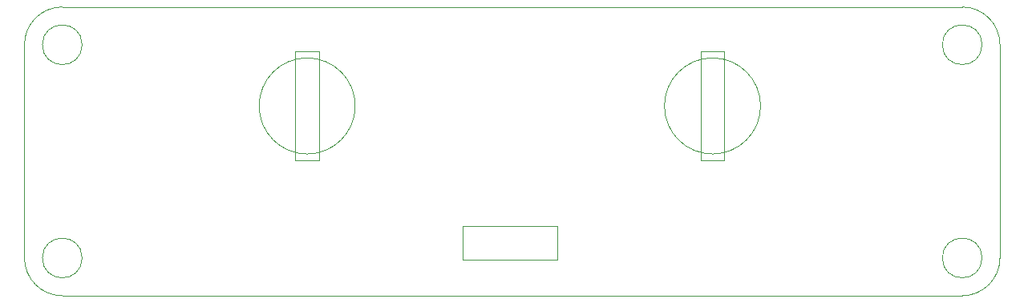
<source format=gko>
G04*
G04 #@! TF.GenerationSoftware,Altium Limited,Altium Designer,22.4.2 (48)*
G04*
G04 Layer_Color=16711935*
%FSLAX25Y25*%
%MOIN*%
G70*
G04*
G04 #@! TF.SameCoordinates,D0525307-FA06-41FD-84B0-9E93535F59E6*
G04*
G04*
G04 #@! TF.FilePolarity,Positive*
G04*
G01*
G75*
%ADD11C,0.00050*%
D11*
X15709Y120079D02*
G03*
X-0Y104370I-0J-15709D01*
G01*
X0Y15709D02*
G03*
X15709Y0I15709J0D01*
G01*
X23959Y104370D02*
G03*
X23959Y104370I-8250J0D01*
G01*
Y15709D02*
G03*
X23959Y15709I-8250J0D01*
G01*
X137500Y78917D02*
G03*
X137500Y78917I-19980J0D01*
G01*
X306004D02*
G03*
X306004Y78917I-19980J0D01*
G01*
X398053Y15709D02*
G03*
X398053Y15709I-8250J0D01*
G01*
Y104370D02*
G03*
X398053Y104370I-8250J0D01*
G01*
X389803Y-0D02*
G03*
X405512Y15709I0J15709D01*
G01*
Y104370D02*
G03*
X389803Y120079I-15709J-0D01*
G01*
X0Y15709D02*
Y104370D01*
X112598Y56240D02*
Y101594D01*
Y56240D02*
X122441D01*
X112598Y101594D02*
X122441D01*
Y56240D02*
Y101594D01*
X182087Y15039D02*
Y28819D01*
X221457D01*
X182087Y15039D02*
X221457D01*
X15709Y120079D02*
X389803D01*
X15709Y0D02*
X389803D01*
X221457Y15039D02*
Y28819D01*
X281102Y56240D02*
Y101594D01*
X290945D01*
X281102Y56240D02*
X290945D01*
Y101594D01*
X405512Y15709D02*
Y104370D01*
M02*

</source>
